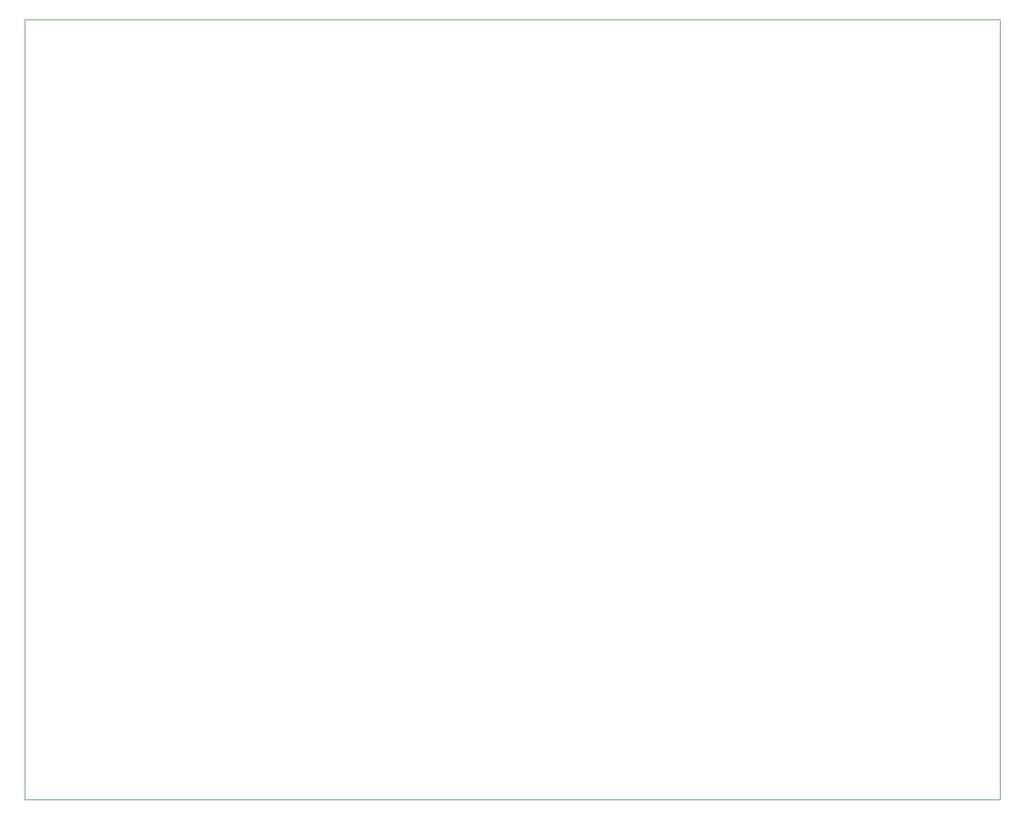
<source format=gbr>
%TF.GenerationSoftware,KiCad,Pcbnew,(5.1.2-1)-1*%
%TF.CreationDate,2021-01-24T21:42:30-05:00*%
%TF.ProjectId,VCF - MFOS,56434620-2d20-44d4-964f-532e6b696361,rev?*%
%TF.SameCoordinates,Original*%
%TF.FileFunction,Profile,NP*%
%FSLAX46Y46*%
G04 Gerber Fmt 4.6, Leading zero omitted, Abs format (unit mm)*
G04 Created by KiCad (PCBNEW (5.1.2-1)-1) date 2021-01-24 21:42:30*
%MOMM*%
%LPD*%
G04 APERTURE LIST*
%ADD10C,0.050000*%
G04 APERTURE END LIST*
D10*
X12700000Y-114300000D02*
X139700000Y-114300000D01*
X12700000Y-12700000D02*
X12700000Y-114300000D01*
X139700000Y-12700000D02*
X12700000Y-12700000D01*
X139700000Y-114300000D02*
X139700000Y-12700000D01*
M02*

</source>
